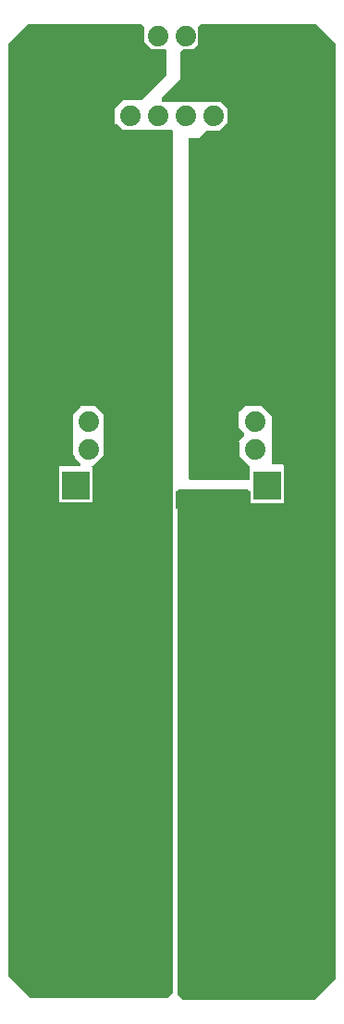
<source format=gbl>
G04 Layer: BottomLayer*
G04 EasyEDA v6.4.7, 2021-01-19T01:18:58--8:00*
G04 5c983e547ce9454fba3114fb1a11af02,NaN*
G04 Gerber Generator version 0.2*
G04 Scale: 100 percent, Rotated: No, Reflected: No *
G04 Dimensions in inches *
G04 leading zeros omitted , absolute positions ,2 integer and 4 decimal *
%FSLAX24Y24*%
%MOIN*%
G90*
D02*

%ADD11C,0.024000*%
%ADD12R,0.098425X0.098425*%
%ADD13C,0.074000*%
%ADD14C,0.060000*%
%ADD15C,0.080000*%

%LPD*%
G36*
G01X3150Y18350D02*
G01X6050Y18350D01*
G01X6050Y17750D01*
G01X3150Y17750D01*
G01X3150Y18350D01*
G37*
G36*
G01X6150Y18350D02*
G01X8850Y18350D01*
G01X8850Y17700D01*
G01X6150Y17700D01*
G01X6150Y18350D01*
G37*

%LPD*%
G36*
G01X4900Y35150D02*
G01X800Y35150D01*
G01X100Y34450D01*
G01X100Y900D01*
G01X900Y100D01*
G01X5850Y100D01*
G01X6050Y300D01*
G01X6050Y17900D01*
G01X6000Y17950D01*
G01X1950Y17950D01*
G01X1950Y19250D01*
G01X2700Y19250D01*
G01X2700Y19350D01*
G01X2500Y19550D01*
G01X2500Y19600D01*
G01X2450Y19650D01*
G01X2450Y21100D01*
G01X2700Y21350D01*
G01X2700Y21400D01*
G01X3250Y21400D01*
G01X3550Y21100D01*
G01X3550Y19650D01*
G01X3150Y19250D01*
G01X3100Y19250D01*
G01X3150Y19200D01*
G01X3150Y18000D01*
G01X6000Y18000D01*
G01X6050Y18050D01*
G01X6050Y31300D01*
G01X6000Y31350D01*
G01X4250Y31350D01*
G01X4050Y31550D01*
G01X3950Y31550D01*
G01X3950Y32100D01*
G01X4250Y32400D01*
G01X4900Y32400D01*
G01X5800Y33300D01*
G01X5800Y34200D01*
G01X5750Y34250D01*
G01X5250Y34250D01*
G01X5000Y34500D01*
G01X5000Y35050D01*
G01X4900Y35150D01*
G37*

%LPD*%
G36*
G01X11200Y35150D02*
G01X7050Y35150D01*
G01X6950Y35050D01*
G01X6950Y34400D01*
G01X6800Y34250D01*
G01X6400Y34250D01*
G01X6300Y34150D01*
G01X6300Y33150D01*
G01X5650Y32500D01*
G01X5650Y32350D01*
G01X7750Y32350D01*
G01X8000Y32100D01*
G01X8000Y31600D01*
G01X7700Y31300D01*
G01X7250Y31300D01*
G01X7000Y31050D01*
G01X6600Y31050D01*
G01X6600Y18800D01*
G01X6650Y18750D01*
G01X8800Y18750D01*
G01X8800Y19250D01*
G01X8450Y19600D01*
G01X8450Y20100D01*
G01X8400Y20150D01*
G01X8600Y20350D01*
G01X8600Y20450D01*
G01X8400Y20650D01*
G01X8400Y21200D01*
G01X8450Y21200D01*
G01X8650Y21400D01*
G01X9250Y21400D01*
G01X9600Y21050D01*
G01X9600Y19300D01*
G01X10000Y19300D01*
G01X10050Y19250D01*
G01X10050Y17950D01*
G01X10000Y17900D01*
G01X8850Y17900D01*
G01X8850Y18300D01*
G01X8750Y18400D01*
G01X6250Y18400D01*
G01X6200Y18350D01*
G01X6200Y250D01*
G01X6400Y50D01*
G01X11150Y50D01*
G01X11900Y800D01*
G01X11900Y34450D01*
G01X11200Y35150D01*
G37*
G54D12*
G01X9450Y18550D03*
G01X2550Y18550D03*
G01X9450Y3050D03*
G01X2550Y3050D03*
G54D13*
G01X3000Y19850D03*
G01X3000Y20850D03*
G01X7500Y31850D03*
G01X6500Y31850D03*
G01X5500Y31850D03*
G01X4500Y31850D03*
G01X9000Y20850D03*
G01X9000Y19850D03*
G54D14*
G01X8100Y950D03*
G01X3900Y950D03*
G54D13*
G01X6500Y34700D03*
G01X5500Y34700D03*
G54D14*
G01X8450Y34050D03*
G01X3750Y34050D03*
G54D15*
G01X8450Y34050D03*
G01X3750Y34050D03*
G01X8100Y950D03*
G01X3900Y950D03*
G54D11*
G01X6950Y29700D03*
G01X7000Y27900D03*
G01X7000Y25950D03*
G01X7000Y24250D03*
G01X6900Y22200D03*
G01X6950Y20450D03*
G01X8550Y18950D03*
G01X7050Y18950D03*
G01X7050Y19450D03*
G01X6850Y21250D03*
G01X7000Y23350D03*
G01X7050Y25000D03*
G01X7000Y26850D03*
G01X7000Y28700D03*
G01X7000Y30600D03*
G01X5800Y350D03*
G01X5850Y2100D03*
G01X400Y2100D03*
G01X400Y1150D03*
G01X1100Y350D03*
G01X2350Y300D03*
G01X3100Y250D03*
G01X4900Y300D03*
G01X2050Y2100D03*
G01X3350Y2100D03*
G01X4650Y2100D03*
G01X5350Y1250D03*
G01X2250Y1250D03*
G01X1700Y950D03*
G01X6500Y2100D03*
G01X10250Y2100D03*
G01X9150Y2100D03*
G01X7800Y2100D03*
G01X6450Y1200D03*
G01X6550Y350D03*
G01X7250Y350D03*
G01X9150Y400D03*
G01X10900Y400D03*
G01X11550Y1050D03*
G01X11600Y2150D03*
G01X11350Y1650D03*
G01X10050Y350D03*
G01X9600Y1250D03*
G01X10200Y1250D03*
G01X4700Y34850D03*
G01X5000Y34050D03*
G01X4950Y33650D03*
G01X5000Y33250D03*
G01X4900Y32650D03*
G01X3650Y32650D03*
G01X2300Y32650D03*
G01X450Y32650D03*
G01X450Y34150D03*
G01X1050Y34850D03*
G01X2650Y34850D03*
G01X2250Y33750D03*
G01X1100Y32800D03*
G01X1000Y33850D03*
G01X6550Y32650D03*
G01X7850Y32650D03*
G01X7050Y33650D03*
G01X7550Y34950D03*
G01X9650Y34900D03*
G01X10850Y34900D03*
G01X11550Y34250D03*
G01X11600Y32650D03*
G01X10050Y32650D03*
G01X9050Y32650D03*
G01X11200Y33450D03*
G01X10000Y34300D03*
G01X9850Y33450D03*
G01X5700Y30750D03*
G01X5700Y29500D03*
G01X5700Y28600D03*
G01X5700Y27200D03*
G01X5750Y25800D03*
G01X5800Y24700D03*
G01X5800Y23550D03*
G01X5750Y22350D03*
G01X5700Y21050D03*
G01X5700Y20100D03*
G01X5750Y19050D03*
G01X5750Y18050D03*
G01X5750Y16550D03*
G01X5700Y15450D03*
G01X5700Y14200D03*
G01X5700Y13050D03*
G01X5750Y11500D03*
G01X5750Y9750D03*
G01X5750Y8200D03*
G01X5750Y7400D03*
G01X6500Y17800D03*
G01X6450Y16250D03*
G01X6450Y14750D03*
G01X6550Y13150D03*
G01X6600Y11400D03*
G01X6550Y9600D03*
G01X6550Y7950D03*
G01X5700Y6200D03*
G01X5750Y4550D03*
G01X5750Y3450D03*
G01X6600Y6150D03*
G01X6700Y4050D03*
G01X6800Y2550D03*
G01X11600Y4000D03*
G01X11600Y6350D03*
G01X11600Y8650D03*
G01X11600Y11000D03*
G01X11600Y13050D03*
G01X11550Y15100D03*
G01X11600Y17200D03*
G01X11550Y19850D03*
G01X11600Y22850D03*
G01X11600Y25500D03*
G01X11550Y28550D03*
G01X11600Y30850D03*
G01X400Y30800D03*
G01X300Y28600D03*
G01X350Y25750D03*
G01X400Y23150D03*
G01X400Y20150D03*
G01X400Y17500D03*
G01X400Y14300D03*
G01X400Y11250D03*
G01X450Y8450D03*
G01X400Y6350D03*
G01X400Y4000D03*
M00*
M02*

</source>
